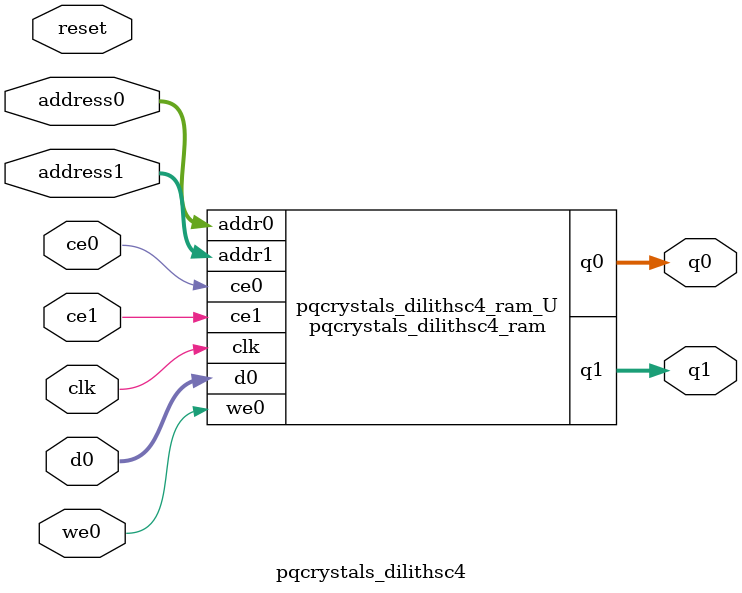
<source format=v>
`timescale 1 ns / 1 ps
module pqcrystals_dilithsc4_ram (addr0, ce0, d0, we0, q0, addr1, ce1, q1,  clk);

parameter DWIDTH = 23;
parameter AWIDTH = 12;
parameter MEM_SIZE = 4096;

input[AWIDTH-1:0] addr0;
input ce0;
input[DWIDTH-1:0] d0;
input we0;
output reg[DWIDTH-1:0] q0;
input[AWIDTH-1:0] addr1;
input ce1;
output reg[DWIDTH-1:0] q1;
input clk;

(* ram_style = "block" *)reg [DWIDTH-1:0] ram[0:MEM_SIZE-1];




always @(posedge clk)  
begin 
    if (ce0) begin
        if (we0) 
            ram[addr0] <= d0; 
        q0 <= ram[addr0];
    end
end


always @(posedge clk)  
begin 
    if (ce1) begin
        q1 <= ram[addr1];
    end
end


endmodule

`timescale 1 ns / 1 ps
module pqcrystals_dilithsc4(
    reset,
    clk,
    address0,
    ce0,
    we0,
    d0,
    q0,
    address1,
    ce1,
    q1);

parameter DataWidth = 32'd23;
parameter AddressRange = 32'd4096;
parameter AddressWidth = 32'd12;
input reset;
input clk;
input[AddressWidth - 1:0] address0;
input ce0;
input we0;
input[DataWidth - 1:0] d0;
output[DataWidth - 1:0] q0;
input[AddressWidth - 1:0] address1;
input ce1;
output[DataWidth - 1:0] q1;



pqcrystals_dilithsc4_ram pqcrystals_dilithsc4_ram_U(
    .clk( clk ),
    .addr0( address0 ),
    .ce0( ce0 ),
    .we0( we0 ),
    .d0( d0 ),
    .q0( q0 ),
    .addr1( address1 ),
    .ce1( ce1 ),
    .q1( q1 ));

endmodule


</source>
